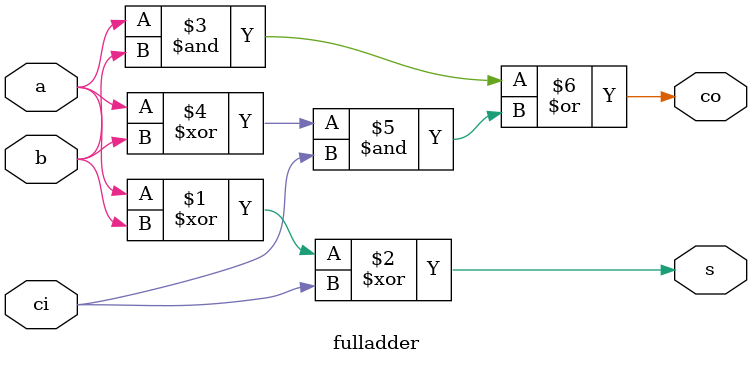
<source format=v>


module fulladder(
		input a,
		input b,
		input ci,
		output co,
		output s
	);


	wire s = ((a^b)^ci);
	wire co = (a&b) | ((a^b) & ci);

endmodule



</source>
